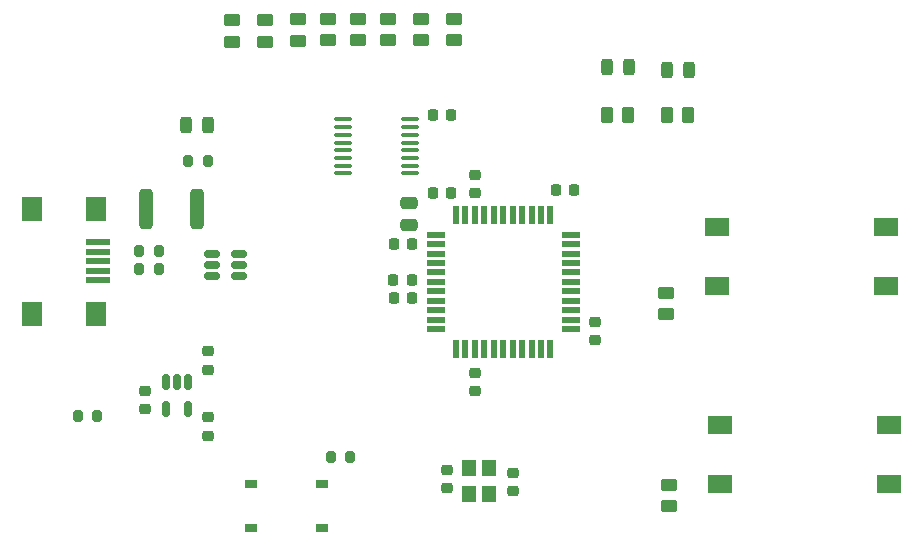
<source format=gbr>
%TF.GenerationSoftware,KiCad,Pcbnew,(7.0.0)*%
%TF.CreationDate,2023-05-03T15:36:06-06:00*%
%TF.ProjectId,Phase_B_ATMEGA_v3,50686173-655f-4425-9f41-544d4547415f,rev?*%
%TF.SameCoordinates,Original*%
%TF.FileFunction,Paste,Top*%
%TF.FilePolarity,Positive*%
%FSLAX46Y46*%
G04 Gerber Fmt 4.6, Leading zero omitted, Abs format (unit mm)*
G04 Created by KiCad (PCBNEW (7.0.0)) date 2023-05-03 15:36:06*
%MOMM*%
%LPD*%
G01*
G04 APERTURE LIST*
G04 Aperture macros list*
%AMRoundRect*
0 Rectangle with rounded corners*
0 $1 Rounding radius*
0 $2 $3 $4 $5 $6 $7 $8 $9 X,Y pos of 4 corners*
0 Add a 4 corners polygon primitive as box body*
4,1,4,$2,$3,$4,$5,$6,$7,$8,$9,$2,$3,0*
0 Add four circle primitives for the rounded corners*
1,1,$1+$1,$2,$3*
1,1,$1+$1,$4,$5*
1,1,$1+$1,$6,$7*
1,1,$1+$1,$8,$9*
0 Add four rect primitives between the rounded corners*
20,1,$1+$1,$2,$3,$4,$5,0*
20,1,$1+$1,$4,$5,$6,$7,0*
20,1,$1+$1,$6,$7,$8,$9,0*
20,1,$1+$1,$8,$9,$2,$3,0*%
G04 Aperture macros list end*
%ADD10RoundRect,0.200000X0.200000X0.275000X-0.200000X0.275000X-0.200000X-0.275000X0.200000X-0.275000X0*%
%ADD11RoundRect,0.200000X-0.200000X-0.275000X0.200000X-0.275000X0.200000X0.275000X-0.200000X0.275000X0*%
%ADD12RoundRect,0.225000X0.250000X-0.225000X0.250000X0.225000X-0.250000X0.225000X-0.250000X-0.225000X0*%
%ADD13RoundRect,0.250000X-0.450000X0.262500X-0.450000X-0.262500X0.450000X-0.262500X0.450000X0.262500X0*%
%ADD14RoundRect,0.243750X-0.243750X-0.456250X0.243750X-0.456250X0.243750X0.456250X-0.243750X0.456250X0*%
%ADD15RoundRect,0.225000X-0.250000X0.225000X-0.250000X-0.225000X0.250000X-0.225000X0.250000X0.225000X0*%
%ADD16RoundRect,0.250000X0.450000X-0.262500X0.450000X0.262500X-0.450000X0.262500X-0.450000X-0.262500X0*%
%ADD17R,2.000000X0.500000*%
%ADD18R,1.700000X2.000000*%
%ADD19RoundRect,0.225000X0.225000X0.250000X-0.225000X0.250000X-0.225000X-0.250000X0.225000X-0.250000X0*%
%ADD20R,1.200000X1.400000*%
%ADD21RoundRect,0.250000X-0.312500X-1.450000X0.312500X-1.450000X0.312500X1.450000X-0.312500X1.450000X0*%
%ADD22RoundRect,0.225000X-0.225000X-0.250000X0.225000X-0.250000X0.225000X0.250000X-0.225000X0.250000X0*%
%ADD23RoundRect,0.250000X0.475000X-0.250000X0.475000X0.250000X-0.475000X0.250000X-0.475000X-0.250000X0*%
%ADD24RoundRect,0.250000X-0.262500X-0.450000X0.262500X-0.450000X0.262500X0.450000X-0.262500X0.450000X0*%
%ADD25R,2.000000X1.500000*%
%ADD26RoundRect,0.150000X-0.150000X0.512500X-0.150000X-0.512500X0.150000X-0.512500X0.150000X0.512500X0*%
%ADD27R,1.500000X0.550000*%
%ADD28R,0.550000X1.500000*%
%ADD29RoundRect,0.100000X-0.637500X-0.100000X0.637500X-0.100000X0.637500X0.100000X-0.637500X0.100000X0*%
%ADD30RoundRect,0.243750X0.243750X0.456250X-0.243750X0.456250X-0.243750X-0.456250X0.243750X-0.456250X0*%
%ADD31RoundRect,0.150000X-0.512500X-0.150000X0.512500X-0.150000X0.512500X0.150000X-0.512500X0.150000X0*%
%ADD32R,1.000000X0.700000*%
G04 APERTURE END LIST*
D10*
%TO.C,R17*%
X102679000Y-137668000D03*
X101029000Y-137668000D03*
%TD*%
D11*
%TO.C,R15*%
X106247000Y-123698000D03*
X107897000Y-123698000D03*
%TD*%
D10*
%TO.C,R13*%
X124116000Y-141184000D03*
X122466000Y-141184000D03*
%TD*%
D12*
%TO.C,C12*%
X134658000Y-118832000D03*
X134658000Y-117282000D03*
%TD*%
D13*
%TO.C,R2*%
X151130000Y-143510000D03*
X151130000Y-145335000D03*
%TD*%
D14*
%TO.C,D2*%
X150914000Y-108418000D03*
X152789000Y-108418000D03*
%TD*%
D15*
%TO.C,C3*%
X132296000Y-142267000D03*
X132296000Y-143817000D03*
%TD*%
D16*
%TO.C,R6*%
X122212000Y-105878000D03*
X122212000Y-104053000D03*
%TD*%
D17*
%TO.C,J2*%
X102715999Y-122981999D03*
X102715999Y-123781999D03*
X102715999Y-124581999D03*
X102715999Y-125381999D03*
X102715999Y-126181999D03*
D18*
X102615999Y-120131999D03*
X97165999Y-120131999D03*
X102615999Y-129031999D03*
X97165999Y-129031999D03*
%TD*%
D12*
%TO.C,C13*%
X112107500Y-133764500D03*
X112107500Y-132214500D03*
%TD*%
D19*
%TO.C,C6*%
X129337000Y-123150000D03*
X127787000Y-123150000D03*
%TD*%
D20*
%TO.C,Y1*%
X135855999Y-144307999D03*
X135855999Y-142107999D03*
X134155999Y-142107999D03*
X134155999Y-144307999D03*
%TD*%
D16*
%TO.C,R8*%
X119672000Y-105925000D03*
X119672000Y-104100000D03*
%TD*%
%TO.C,R11*%
X127292000Y-105878000D03*
X127292000Y-104053000D03*
%TD*%
%TO.C,R9*%
X116878000Y-106028500D03*
X116878000Y-104203500D03*
%TD*%
D21*
%TO.C,F1*%
X106818000Y-120142000D03*
X111093000Y-120142000D03*
%TD*%
D16*
%TO.C,R12*%
X130086000Y-105878000D03*
X130086000Y-104053000D03*
%TD*%
D15*
%TO.C,C5*%
X144818000Y-129728000D03*
X144818000Y-131278000D03*
%TD*%
D22*
%TO.C,C4*%
X141516000Y-118578000D03*
X143066000Y-118578000D03*
%TD*%
D15*
%TO.C,C2*%
X137884000Y-142534000D03*
X137884000Y-144084000D03*
%TD*%
D23*
%TO.C,C8*%
X129070000Y-121560000D03*
X129070000Y-119660000D03*
%TD*%
D16*
%TO.C,R5*%
X132880000Y-105878000D03*
X132880000Y-104053000D03*
%TD*%
D15*
%TO.C,C7*%
X134658000Y-134072000D03*
X134658000Y-135622000D03*
%TD*%
D24*
%TO.C,R4*%
X150914000Y-112228000D03*
X152739000Y-112228000D03*
%TD*%
D22*
%TO.C,C1*%
X131102000Y-112228000D03*
X132652000Y-112228000D03*
%TD*%
D16*
%TO.C,R7*%
X124752000Y-105878000D03*
X124752000Y-104053000D03*
%TD*%
D13*
%TO.C,R1*%
X150876000Y-127254000D03*
X150876000Y-129079000D03*
%TD*%
D25*
%TO.C,S2*%
X169709999Y-143469999D03*
X155409999Y-143469999D03*
X169709999Y-138469999D03*
X155409999Y-138469999D03*
%TD*%
D14*
%TO.C,D1*%
X145834000Y-108164000D03*
X147709000Y-108164000D03*
%TD*%
D26*
%TO.C,U5*%
X110396000Y-134834000D03*
X109446000Y-134834000D03*
X108496000Y-134834000D03*
X108496000Y-137109000D03*
X110396000Y-137109000D03*
%TD*%
D19*
%TO.C,C9*%
X129298000Y-126198000D03*
X127748000Y-126198000D03*
%TD*%
D27*
%TO.C,U3*%
X131357999Y-122339999D03*
X131357999Y-123139999D03*
X131357999Y-123939999D03*
X131357999Y-124739999D03*
X131357999Y-125539999D03*
X131357999Y-126339999D03*
X131357999Y-127139999D03*
X131357999Y-127939999D03*
X131357999Y-128739999D03*
X131357999Y-129539999D03*
X131357999Y-130339999D03*
D28*
X133057999Y-132039999D03*
X133857999Y-132039999D03*
X134657999Y-132039999D03*
X135457999Y-132039999D03*
X136257999Y-132039999D03*
X137057999Y-132039999D03*
X137857999Y-132039999D03*
X138657999Y-132039999D03*
X139457999Y-132039999D03*
X140257999Y-132039999D03*
X141057999Y-132039999D03*
D27*
X142757999Y-130339999D03*
X142757999Y-129539999D03*
X142757999Y-128739999D03*
X142757999Y-127939999D03*
X142757999Y-127139999D03*
X142757999Y-126339999D03*
X142757999Y-125539999D03*
X142757999Y-124739999D03*
X142757999Y-123939999D03*
X142757999Y-123139999D03*
X142757999Y-122339999D03*
D28*
X141057999Y-120639999D03*
X140257999Y-120639999D03*
X139457999Y-120639999D03*
X138657999Y-120639999D03*
X137857999Y-120639999D03*
X137057999Y-120639999D03*
X136257999Y-120639999D03*
X135457999Y-120639999D03*
X134657999Y-120639999D03*
X133857999Y-120639999D03*
X133057999Y-120639999D03*
%TD*%
D29*
%TO.C,U2*%
X123482000Y-112594000D03*
X123482000Y-113244000D03*
X123482000Y-113894000D03*
X123482000Y-114544000D03*
X123482000Y-115194000D03*
X123482000Y-115844000D03*
X123482000Y-116494000D03*
X123482000Y-117144000D03*
X129207000Y-117144000D03*
X129207000Y-116494000D03*
X129207000Y-115844000D03*
X129207000Y-115194000D03*
X129207000Y-114544000D03*
X129207000Y-113894000D03*
X129207000Y-113244000D03*
X129207000Y-112594000D03*
%TD*%
D30*
%TO.C,D3*%
X112073500Y-113030000D03*
X110198500Y-113030000D03*
%TD*%
D19*
%TO.C,C11*%
X132626000Y-118832000D03*
X131076000Y-118832000D03*
%TD*%
D15*
%TO.C,C14*%
X112107500Y-137802500D03*
X112107500Y-139352500D03*
%TD*%
D31*
%TO.C,U4*%
X112406000Y-123952000D03*
X112406000Y-124902000D03*
X112406000Y-125852000D03*
X114681000Y-125852000D03*
X114681000Y-124902000D03*
X114681000Y-123952000D03*
%TD*%
D10*
%TO.C,R16*%
X112024000Y-116078000D03*
X110374000Y-116078000D03*
%TD*%
D19*
%TO.C,C10*%
X129324000Y-127722000D03*
X127774000Y-127722000D03*
%TD*%
D24*
%TO.C,R3*%
X145834000Y-112228000D03*
X147659000Y-112228000D03*
%TD*%
D11*
%TO.C,R14*%
X106244648Y-125237120D03*
X107894648Y-125237120D03*
%TD*%
D12*
%TO.C,C15*%
X106718000Y-137133000D03*
X106718000Y-135583000D03*
%TD*%
D16*
%TO.C,R10*%
X114084000Y-106028500D03*
X114084000Y-104203500D03*
%TD*%
D25*
%TO.C,S1*%
X169455999Y-126705999D03*
X155155999Y-126705999D03*
X169455999Y-121705999D03*
X155155999Y-121705999D03*
%TD*%
D32*
%TO.C,S3*%
X115703999Y-143469999D03*
X121703999Y-143469999D03*
X115703999Y-147169999D03*
X121703999Y-147169999D03*
%TD*%
M02*

</source>
